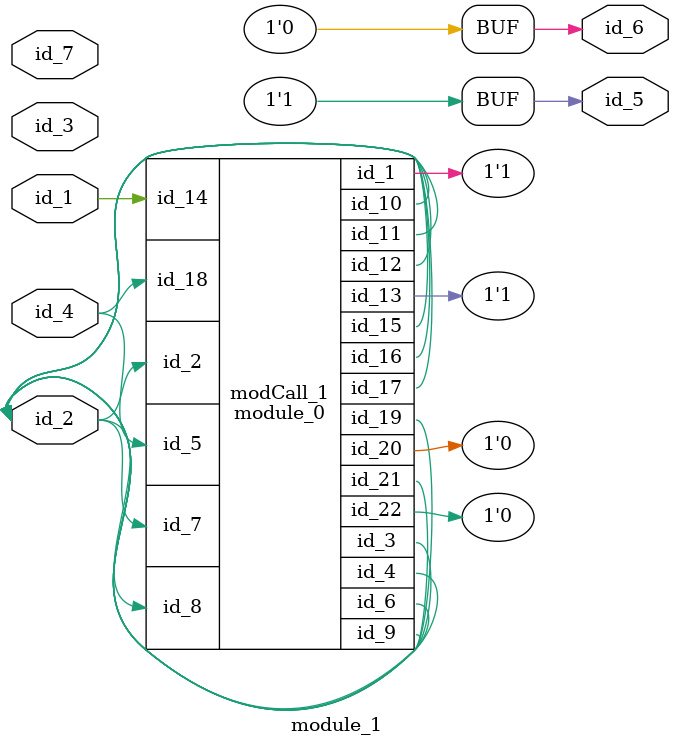
<source format=v>
module module_0 (
    id_1,
    id_2,
    id_3,
    id_4,
    id_5,
    id_6,
    id_7,
    id_8,
    id_9,
    id_10,
    id_11,
    id_12,
    id_13,
    id_14,
    id_15,
    id_16,
    id_17,
    id_18,
    id_19,
    id_20,
    id_21,
    id_22
);
  output wire id_22;
  output wire id_21;
  output wire id_20;
  inout wire id_19;
  input wire id_18;
  inout wire id_17;
  output wire id_16;
  inout wire id_15;
  input wire id_14;
  output wire id_13;
  inout wire id_12;
  inout wire id_11;
  inout wire id_10;
  inout wire id_9;
  input wire id_8;
  input wire id_7;
  inout wire id_6;
  input wire id_5;
  inout wire id_4;
  inout wire id_3;
  input wire id_2;
  output wire id_1;
  wire id_23;
  wire id_24;
  wire id_25;
endmodule
module module_1 (
    id_1,
    id_2,
    id_3,
    id_4,
    id_5,
    id_6,
    id_7
);
  input wire id_7;
  output wire id_6;
  output wire id_5;
  input wire id_4;
  input wire id_3;
  inout wire id_2;
  input wire id_1;
  module_0 modCall_1 (
      id_5,
      id_2,
      id_2,
      id_2,
      id_4,
      id_2,
      id_2,
      id_2,
      id_2,
      id_2,
      id_2,
      id_2,
      id_5,
      id_1,
      id_2,
      id_2,
      id_2,
      id_4,
      id_2,
      id_6,
      id_2,
      id_6
  );
  assign id_6 = -1'b0;
  assign id_5 = 1;
endmodule

</source>
